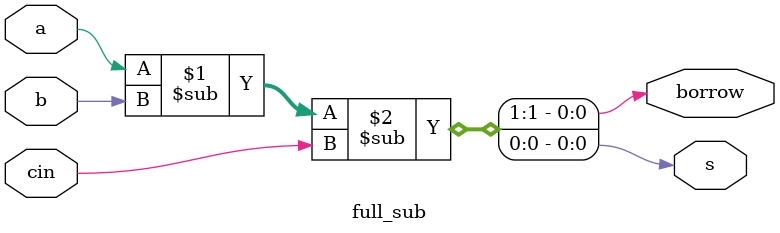
<source format=v>

module full_sub(input a,b,cin,output s,borrow);
assign {borrow,s}=a-b-cin;
endmodule

</source>
